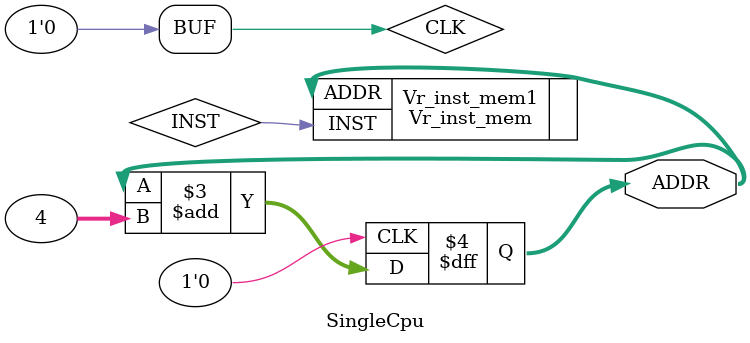
<source format=v>
module SingleCpu(ADDR);
    reg CLK;
    output reg [31:0] ADDR;


    Vr_inst_mem Vr_inst_mem1(.ADDR(ADDR), .INST(INST));



    always begin
        #6 CLK = 1;
        #4 CLK = 0;
    end

    always @(posedge CLK) begin
        ADDR = ADDR + 4;
    end




endmodule
</source>
